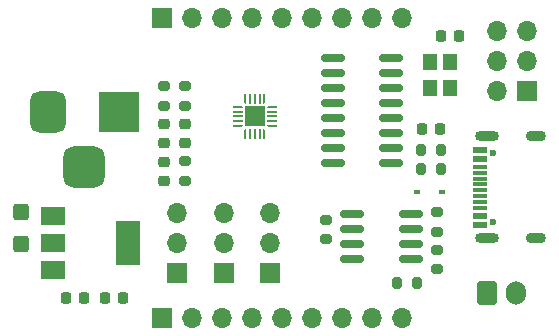
<source format=gbr>
%TF.GenerationSoftware,KiCad,Pcbnew,(6.0.9)*%
%TF.CreationDate,2023-05-25T17:56:42+02:00*%
%TF.ProjectId,tiny1616_dev_board,74696e79-3136-4313-965f-6465765f626f,rev?*%
%TF.SameCoordinates,Original*%
%TF.FileFunction,Soldermask,Top*%
%TF.FilePolarity,Negative*%
%FSLAX46Y46*%
G04 Gerber Fmt 4.6, Leading zero omitted, Abs format (unit mm)*
G04 Created by KiCad (PCBNEW (6.0.9)) date 2023-05-25 17:56:42*
%MOMM*%
%LPD*%
G01*
G04 APERTURE LIST*
G04 Aperture macros list*
%AMRoundRect*
0 Rectangle with rounded corners*
0 $1 Rounding radius*
0 $2 $3 $4 $5 $6 $7 $8 $9 X,Y pos of 4 corners*
0 Add a 4 corners polygon primitive as box body*
4,1,4,$2,$3,$4,$5,$6,$7,$8,$9,$2,$3,0*
0 Add four circle primitives for the rounded corners*
1,1,$1+$1,$2,$3*
1,1,$1+$1,$4,$5*
1,1,$1+$1,$6,$7*
1,1,$1+$1,$8,$9*
0 Add four rect primitives between the rounded corners*
20,1,$1+$1,$2,$3,$4,$5,0*
20,1,$1+$1,$4,$5,$6,$7,0*
20,1,$1+$1,$6,$7,$8,$9,0*
20,1,$1+$1,$8,$9,$2,$3,0*%
%AMFreePoly0*
4,1,14,0.334644,0.085355,0.385355,0.034644,0.400000,-0.000711,0.400000,-0.050000,0.385355,-0.085355,0.350000,-0.100000,-0.350000,-0.100000,-0.385355,-0.085355,-0.400000,-0.050000,-0.400000,0.050000,-0.385355,0.085355,-0.350000,0.100000,0.299289,0.100000,0.334644,0.085355,0.334644,0.085355,$1*%
%AMFreePoly1*
4,1,14,0.385355,0.085355,0.400000,0.050000,0.400000,0.000711,0.385355,-0.034644,0.334644,-0.085355,0.299289,-0.100000,-0.350000,-0.100000,-0.385355,-0.085355,-0.400000,-0.050000,-0.400000,0.050000,-0.385355,0.085355,-0.350000,0.100000,0.350000,0.100000,0.385355,0.085355,0.385355,0.085355,$1*%
%AMFreePoly2*
4,1,14,0.085355,0.385355,0.100000,0.350000,0.100000,-0.350000,0.085355,-0.385355,0.050000,-0.400000,-0.050000,-0.400000,-0.085355,-0.385355,-0.100000,-0.350000,-0.100000,0.299289,-0.085355,0.334644,-0.034644,0.385355,0.000711,0.400000,0.050000,0.400000,0.085355,0.385355,0.085355,0.385355,$1*%
%AMFreePoly3*
4,1,14,0.034644,0.385355,0.085355,0.334644,0.100000,0.299289,0.100000,-0.350000,0.085355,-0.385355,0.050000,-0.400000,-0.050000,-0.400000,-0.085355,-0.385355,-0.100000,-0.350000,-0.100000,0.350000,-0.085355,0.385355,-0.050000,0.400000,-0.000711,0.400000,0.034644,0.385355,0.034644,0.385355,$1*%
%AMFreePoly4*
4,1,14,0.385355,0.085355,0.400000,0.050000,0.400000,-0.050000,0.385355,-0.085355,0.350000,-0.100000,-0.299289,-0.100000,-0.334644,-0.085355,-0.385355,-0.034644,-0.400000,0.000711,-0.400000,0.050000,-0.385355,0.085355,-0.350000,0.100000,0.350000,0.100000,0.385355,0.085355,0.385355,0.085355,$1*%
%AMFreePoly5*
4,1,14,0.385355,0.085355,0.400000,0.050000,0.400000,-0.050000,0.385355,-0.085355,0.350000,-0.100000,-0.350000,-0.100000,-0.385355,-0.085355,-0.400000,-0.050000,-0.400000,-0.000711,-0.385355,0.034644,-0.334644,0.085355,-0.299289,0.100000,0.350000,0.100000,0.385355,0.085355,0.385355,0.085355,$1*%
%AMFreePoly6*
4,1,14,0.085355,0.385355,0.100000,0.350000,0.100000,-0.299289,0.085355,-0.334644,0.034644,-0.385355,-0.000711,-0.400000,-0.050000,-0.400000,-0.085355,-0.385355,-0.100000,-0.350000,-0.100000,0.350000,-0.085355,0.385355,-0.050000,0.400000,0.050000,0.400000,0.085355,0.385355,0.085355,0.385355,$1*%
%AMFreePoly7*
4,1,14,0.085355,0.385355,0.100000,0.350000,0.100000,-0.350000,0.085355,-0.385355,0.050000,-0.400000,0.000711,-0.400000,-0.034644,-0.385355,-0.085355,-0.334644,-0.100000,-0.299289,-0.100000,0.350000,-0.085355,0.385355,-0.050000,0.400000,0.050000,0.400000,0.085355,0.385355,0.085355,0.385355,$1*%
G04 Aperture macros list end*
%ADD10R,0.600000X0.450000*%
%ADD11C,0.600000*%
%ADD12R,1.160000X0.600000*%
%ADD13R,1.160000X0.300000*%
%ADD14O,2.000000X0.900000*%
%ADD15O,1.700000X0.900000*%
%ADD16RoundRect,0.200000X-0.200000X-0.275000X0.200000X-0.275000X0.200000X0.275000X-0.200000X0.275000X0*%
%ADD17R,1.200000X1.400000*%
%ADD18RoundRect,0.218750X-0.256250X0.218750X-0.256250X-0.218750X0.256250X-0.218750X0.256250X0.218750X0*%
%ADD19R,2.000000X1.500000*%
%ADD20R,2.000000X3.800000*%
%ADD21R,1.700000X1.700000*%
%ADD22O,1.700000X1.700000*%
%ADD23RoundRect,0.200000X0.275000X-0.200000X0.275000X0.200000X-0.275000X0.200000X-0.275000X-0.200000X0*%
%ADD24RoundRect,0.200000X-0.275000X0.200000X-0.275000X-0.200000X0.275000X-0.200000X0.275000X0.200000X0*%
%ADD25RoundRect,0.225000X0.225000X0.250000X-0.225000X0.250000X-0.225000X-0.250000X0.225000X-0.250000X0*%
%ADD26RoundRect,0.225000X-0.250000X0.225000X-0.250000X-0.225000X0.250000X-0.225000X0.250000X0.225000X0*%
%ADD27R,3.500000X3.500000*%
%ADD28RoundRect,0.750000X-0.750000X-1.000000X0.750000X-1.000000X0.750000X1.000000X-0.750000X1.000000X0*%
%ADD29RoundRect,0.875000X-0.875000X-0.875000X0.875000X-0.875000X0.875000X0.875000X-0.875000X0.875000X0*%
%ADD30RoundRect,0.200000X0.200000X0.275000X-0.200000X0.275000X-0.200000X-0.275000X0.200000X-0.275000X0*%
%ADD31RoundRect,0.150000X0.825000X0.150000X-0.825000X0.150000X-0.825000X-0.150000X0.825000X-0.150000X0*%
%ADD32RoundRect,0.218750X0.256250X-0.218750X0.256250X0.218750X-0.256250X0.218750X-0.256250X-0.218750X0*%
%ADD33RoundRect,0.225000X-0.225000X-0.250000X0.225000X-0.250000X0.225000X0.250000X-0.225000X0.250000X0*%
%ADD34RoundRect,0.250000X-0.600000X-0.750000X0.600000X-0.750000X0.600000X0.750000X-0.600000X0.750000X0*%
%ADD35O,1.700000X2.000000*%
%ADD36FreePoly0,180.000000*%
%ADD37RoundRect,0.050000X0.350000X0.050000X-0.350000X0.050000X-0.350000X-0.050000X0.350000X-0.050000X0*%
%ADD38FreePoly1,180.000000*%
%ADD39FreePoly2,180.000000*%
%ADD40RoundRect,0.050000X0.050000X0.350000X-0.050000X0.350000X-0.050000X-0.350000X0.050000X-0.350000X0*%
%ADD41FreePoly3,180.000000*%
%ADD42FreePoly4,180.000000*%
%ADD43FreePoly5,180.000000*%
%ADD44FreePoly6,180.000000*%
%ADD45FreePoly7,180.000000*%
%ADD46RoundRect,0.250000X0.425000X-0.450000X0.425000X0.450000X-0.425000X0.450000X-0.425000X-0.450000X0*%
%ADD47RoundRect,0.150000X-0.825000X-0.150000X0.825000X-0.150000X0.825000X0.150000X-0.825000X0.150000X0*%
G04 APERTURE END LIST*
D10*
%TO.C,D2*%
X120870000Y-53340000D03*
X122970000Y-53340000D03*
%TD*%
D11*
%TO.C,J2*%
X127277200Y-50069000D03*
X127277200Y-55849000D03*
D12*
X126217200Y-56159000D03*
X126217200Y-55359000D03*
D13*
X126217200Y-54209000D03*
X126217200Y-53209000D03*
X126217200Y-52709000D03*
X126217200Y-51709000D03*
D12*
X126217200Y-50559000D03*
X126217200Y-49759000D03*
X126217200Y-49759000D03*
X126217200Y-50559000D03*
D13*
X126217200Y-51209000D03*
X126217200Y-52209000D03*
X126217200Y-53709000D03*
X126217200Y-54709000D03*
D12*
X126217200Y-55359000D03*
X126217200Y-56159000D03*
D14*
X126797200Y-57279000D03*
D15*
X130967200Y-57279000D03*
X130967200Y-48639000D03*
D14*
X126797200Y-48639000D03*
%TD*%
D16*
%TO.C,R5*%
X119190000Y-61087000D03*
X120840000Y-61087000D03*
%TD*%
D17*
%TO.C,Y1*%
X121959000Y-42334000D03*
X121959000Y-44534000D03*
X123659000Y-44534000D03*
X123659000Y-42334000D03*
%TD*%
D18*
%TO.C,D3*%
X99441000Y-50800000D03*
X99441000Y-52375000D03*
%TD*%
D19*
%TO.C,U1*%
X90068000Y-55383400D03*
X90068000Y-57683400D03*
D20*
X96368000Y-57683400D03*
D19*
X90068000Y-59983400D03*
%TD*%
D21*
%TO.C,J5*%
X99324000Y-38608000D03*
D22*
X101864000Y-38608000D03*
X104404000Y-38608000D03*
X106944000Y-38608000D03*
X109484000Y-38608000D03*
X112024000Y-38608000D03*
X114564000Y-38608000D03*
X117104000Y-38608000D03*
X119644000Y-38608000D03*
%TD*%
D23*
%TO.C,R4*%
X113157000Y-57340000D03*
X113157000Y-55690000D03*
%TD*%
D24*
%TO.C,R7*%
X101219000Y-44387000D03*
X101219000Y-46037000D03*
%TD*%
D25*
%TO.C,C3*%
X96025000Y-62357000D03*
X94475000Y-62357000D03*
%TD*%
D21*
%TO.C,J6*%
X99324000Y-64008000D03*
D22*
X101864000Y-64008000D03*
X104404000Y-64008000D03*
X106944000Y-64008000D03*
X109484000Y-64008000D03*
X112024000Y-64008000D03*
X114564000Y-64008000D03*
X117104000Y-64008000D03*
X119644000Y-64008000D03*
%TD*%
D25*
%TO.C,C5*%
X122822000Y-48006000D03*
X121272000Y-48006000D03*
%TD*%
D24*
%TO.C,R8*%
X122555000Y-55055000D03*
X122555000Y-56705000D03*
%TD*%
D25*
%TO.C,C6*%
X124473000Y-40132000D03*
X122923000Y-40132000D03*
%TD*%
D26*
%TO.C,C4*%
X101219000Y-47612000D03*
X101219000Y-49162000D03*
%TD*%
D27*
%TO.C,J1*%
X95662000Y-46540500D03*
D28*
X89662000Y-46540500D03*
D29*
X92662000Y-51240500D03*
%TD*%
D30*
%TO.C,R2*%
X122872000Y-49784000D03*
X121222000Y-49784000D03*
%TD*%
%TO.C,R3*%
X122872000Y-51435000D03*
X121222000Y-51435000D03*
%TD*%
D31*
%TO.C,U3*%
X118680000Y-50927000D03*
X118680000Y-49657000D03*
X118680000Y-48387000D03*
X118680000Y-47117000D03*
X118680000Y-45847000D03*
X118680000Y-44577000D03*
X118680000Y-43307000D03*
X118680000Y-42037000D03*
X113730000Y-42037000D03*
X113730000Y-43307000D03*
X113730000Y-44577000D03*
X113730000Y-45847000D03*
X113730000Y-47117000D03*
X113730000Y-48387000D03*
X113730000Y-49657000D03*
X113730000Y-50927000D03*
%TD*%
D21*
%TO.C,JP2*%
X104521000Y-60198000D03*
D22*
X104521000Y-57658000D03*
X104521000Y-55118000D03*
%TD*%
D21*
%TO.C,J3*%
X130180000Y-44816000D03*
D22*
X127640000Y-44816000D03*
X130180000Y-42276000D03*
X127640000Y-42276000D03*
X130180000Y-39736000D03*
X127640000Y-39736000D03*
%TD*%
D21*
%TO.C,JP1*%
X108458000Y-60198000D03*
D22*
X108458000Y-57658000D03*
X108458000Y-55118000D03*
%TD*%
D24*
%TO.C,R1*%
X99441000Y-44387000D03*
X99441000Y-46037000D03*
%TD*%
D32*
%TO.C,D1*%
X99441000Y-49174500D03*
X99441000Y-47599500D03*
%TD*%
D33*
%TO.C,C2*%
X91173000Y-62357000D03*
X92723000Y-62357000D03*
%TD*%
D24*
%TO.C,R9*%
X122555000Y-58230000D03*
X122555000Y-59880000D03*
%TD*%
%TO.C,R6*%
X101219000Y-50737000D03*
X101219000Y-52387000D03*
%TD*%
D34*
%TO.C,J4*%
X126766000Y-61930000D03*
D35*
X129266000Y-61930000D03*
%TD*%
D21*
%TO.C,JP3*%
X100584000Y-60233800D03*
D22*
X100584000Y-57693800D03*
X100584000Y-55153800D03*
%TD*%
D36*
%TO.C,U2*%
X108594000Y-47746000D03*
D37*
X108594000Y-47346000D03*
X108594000Y-46946000D03*
X108594000Y-46546000D03*
D38*
X108594000Y-46146000D03*
D39*
X107944000Y-45496000D03*
D40*
X107544000Y-45496000D03*
X107144000Y-45496000D03*
X106744000Y-45496000D03*
D41*
X106344000Y-45496000D03*
D42*
X105694000Y-46146000D03*
D37*
X105694000Y-46546000D03*
X105694000Y-46946000D03*
X105694000Y-47346000D03*
D43*
X105694000Y-47746000D03*
D44*
X106344000Y-48396000D03*
D40*
X106744000Y-48396000D03*
X107144000Y-48396000D03*
X107544000Y-48396000D03*
D45*
X107944000Y-48396000D03*
D21*
X107144000Y-46946000D03*
%TD*%
D46*
%TO.C,C1*%
X87376000Y-57738000D03*
X87376000Y-55038000D03*
%TD*%
D47*
%TO.C,U4*%
X115381000Y-55245000D03*
X115381000Y-56515000D03*
X115381000Y-57785000D03*
X115381000Y-59055000D03*
X120331000Y-59055000D03*
X120331000Y-57785000D03*
X120331000Y-56515000D03*
X120331000Y-55245000D03*
%TD*%
M02*

</source>
